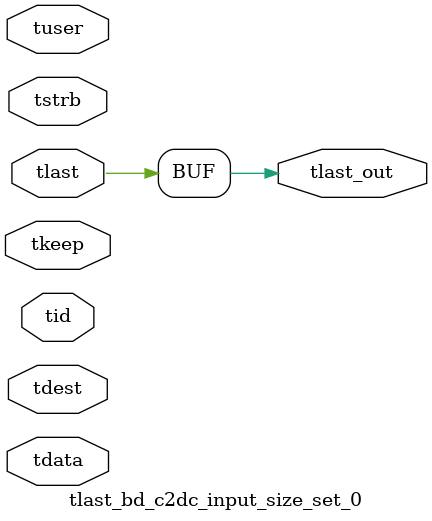
<source format=v>


`timescale 1ps/1ps

module tlast_bd_c2dc_input_size_set_0 #
(
parameter C_S_AXIS_TID_WIDTH   = 1,
parameter C_S_AXIS_TUSER_WIDTH = 0,
parameter C_S_AXIS_TDATA_WIDTH = 0,
parameter C_S_AXIS_TDEST_WIDTH = 0
)
(
input  [(C_S_AXIS_TID_WIDTH   == 0 ? 1 : C_S_AXIS_TID_WIDTH)-1:0       ] tid,
input  [(C_S_AXIS_TDATA_WIDTH == 0 ? 1 : C_S_AXIS_TDATA_WIDTH)-1:0     ] tdata,
input  [(C_S_AXIS_TUSER_WIDTH == 0 ? 1 : C_S_AXIS_TUSER_WIDTH)-1:0     ] tuser,
input  [(C_S_AXIS_TDEST_WIDTH == 0 ? 1 : C_S_AXIS_TDEST_WIDTH)-1:0     ] tdest,
input  [(C_S_AXIS_TDATA_WIDTH/8)-1:0 ] tkeep,
input  [(C_S_AXIS_TDATA_WIDTH/8)-1:0 ] tstrb,
input  [0:0]                                                             tlast,
output                                                                   tlast_out
);

assign tlast_out = {tlast};

endmodule


</source>
